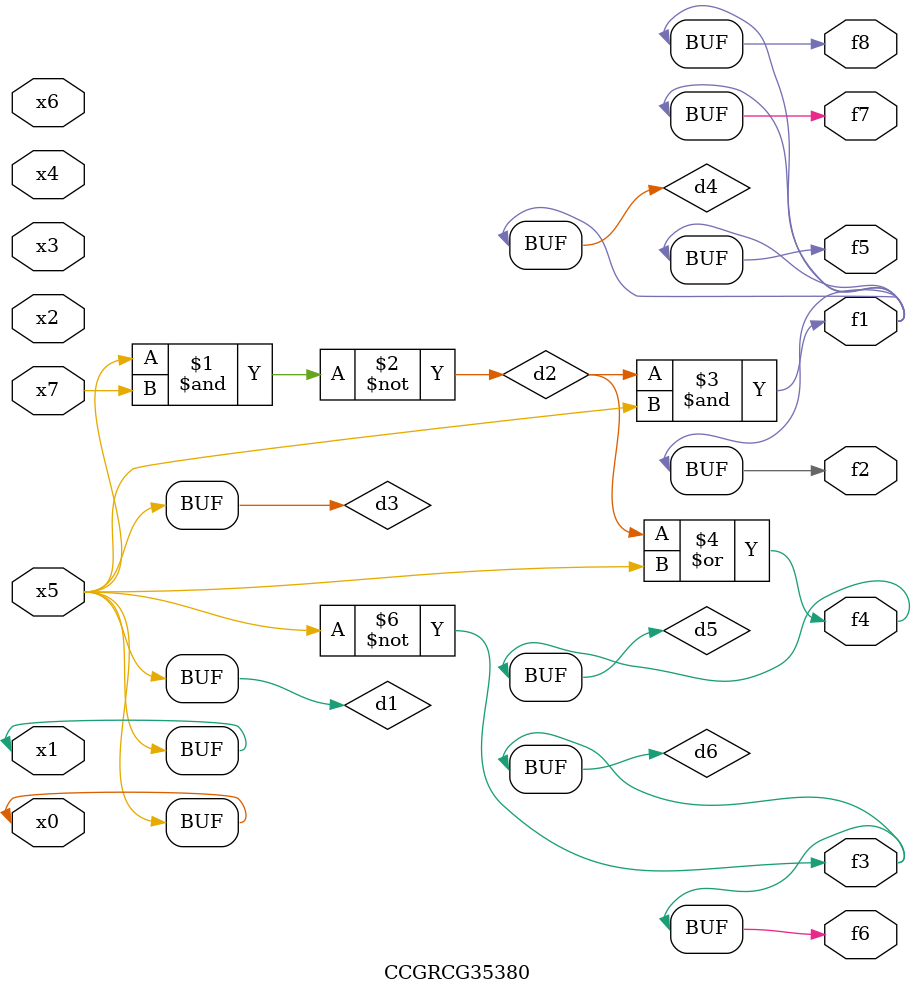
<source format=v>
module CCGRCG35380(
	input x0, x1, x2, x3, x4, x5, x6, x7,
	output f1, f2, f3, f4, f5, f6, f7, f8
);

	wire d1, d2, d3, d4, d5, d6;

	buf (d1, x0, x5);
	nand (d2, x5, x7);
	buf (d3, x0, x1);
	and (d4, d2, d3);
	or (d5, d2, d3);
	nor (d6, d1, d3);
	assign f1 = d4;
	assign f2 = d4;
	assign f3 = d6;
	assign f4 = d5;
	assign f5 = d4;
	assign f6 = d6;
	assign f7 = d4;
	assign f8 = d4;
endmodule

</source>
